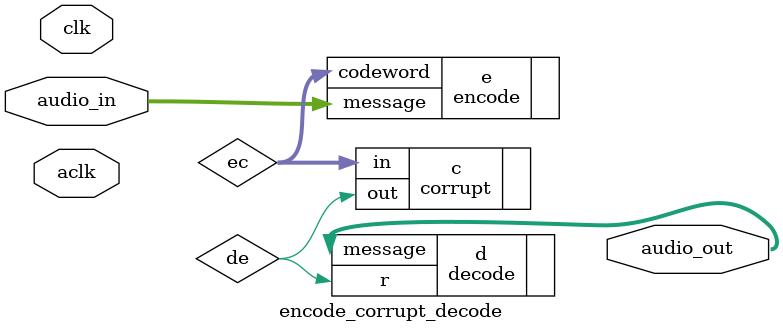
<source format=v>
module encode_corrupt_decode (audio_in, aclk, clk, audio_out);
	input [5:0] audio_in;
	input aclk;
	input clk;
	output [5:0] audio_out;

	wire [5:0] ec;
	wire [5:0] cd;

	encode	e	(	.message(audio_in), .codeword(ec)			);
	corrupt	c	(	.in(ec),	.out(de)			);
	decode	d	(	.r(de),	.message(audio_out)	);

endmodule
</source>
